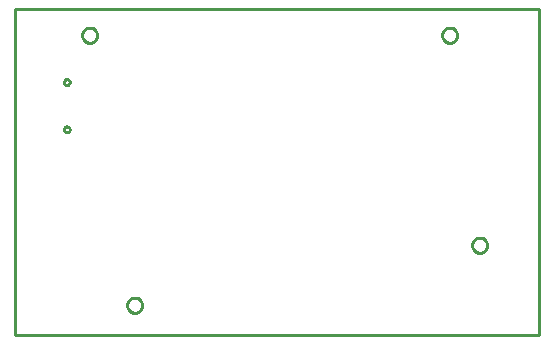
<source format=gbr>
G04 EAGLE Gerber RS-274X export*
G75*
%MOMM*%
%FSLAX34Y34*%
%LPD*%
%IN*%
%IPPOS*%
%AMOC8*
5,1,8,0,0,1.08239X$1,22.5*%
G01*
%ADD10C,0.254000*%


D10*
X0Y0D02*
X444300Y0D01*
X444300Y276100D01*
X0Y276100D01*
X0Y0D01*
X69850Y253688D02*
X69789Y253067D01*
X69667Y252455D01*
X69486Y251858D01*
X69247Y251282D01*
X68953Y250732D01*
X68607Y250213D01*
X68211Y249730D01*
X67770Y249289D01*
X67287Y248893D01*
X66769Y248547D01*
X66218Y248253D01*
X65642Y248014D01*
X65045Y247833D01*
X64433Y247711D01*
X63812Y247650D01*
X63188Y247650D01*
X62567Y247711D01*
X61955Y247833D01*
X61358Y248014D01*
X60782Y248253D01*
X60232Y248547D01*
X59713Y248893D01*
X59230Y249289D01*
X58789Y249730D01*
X58393Y250213D01*
X58047Y250732D01*
X57753Y251282D01*
X57514Y251858D01*
X57333Y252455D01*
X57211Y253067D01*
X57150Y253688D01*
X57150Y254312D01*
X57211Y254933D01*
X57333Y255545D01*
X57514Y256142D01*
X57753Y256718D01*
X58047Y257269D01*
X58393Y257787D01*
X58789Y258270D01*
X59230Y258711D01*
X59713Y259107D01*
X60232Y259453D01*
X60782Y259747D01*
X61358Y259986D01*
X61955Y260167D01*
X62567Y260289D01*
X63188Y260350D01*
X63812Y260350D01*
X64433Y260289D01*
X65045Y260167D01*
X65642Y259986D01*
X66218Y259747D01*
X66769Y259453D01*
X67287Y259107D01*
X67770Y258711D01*
X68211Y258270D01*
X68607Y257787D01*
X68953Y257269D01*
X69247Y256718D01*
X69486Y256142D01*
X69667Y255545D01*
X69789Y254933D01*
X69850Y254312D01*
X69850Y253688D01*
X107950Y25088D02*
X107889Y24467D01*
X107767Y23855D01*
X107586Y23258D01*
X107347Y22682D01*
X107053Y22132D01*
X106707Y21613D01*
X106311Y21130D01*
X105870Y20689D01*
X105387Y20293D01*
X104869Y19947D01*
X104318Y19653D01*
X103742Y19414D01*
X103145Y19233D01*
X102533Y19111D01*
X101912Y19050D01*
X101288Y19050D01*
X100667Y19111D01*
X100055Y19233D01*
X99458Y19414D01*
X98882Y19653D01*
X98332Y19947D01*
X97813Y20293D01*
X97330Y20689D01*
X96889Y21130D01*
X96493Y21613D01*
X96147Y22132D01*
X95853Y22682D01*
X95614Y23258D01*
X95433Y23855D01*
X95311Y24467D01*
X95250Y25088D01*
X95250Y25712D01*
X95311Y26333D01*
X95433Y26945D01*
X95614Y27542D01*
X95853Y28118D01*
X96147Y28669D01*
X96493Y29187D01*
X96889Y29670D01*
X97330Y30111D01*
X97813Y30507D01*
X98332Y30853D01*
X98882Y31147D01*
X99458Y31386D01*
X100055Y31567D01*
X100667Y31689D01*
X101288Y31750D01*
X101912Y31750D01*
X102533Y31689D01*
X103145Y31567D01*
X103742Y31386D01*
X104318Y31147D01*
X104869Y30853D01*
X105387Y30507D01*
X105870Y30111D01*
X106311Y29670D01*
X106707Y29187D01*
X107053Y28669D01*
X107347Y28118D01*
X107586Y27542D01*
X107767Y26945D01*
X107889Y26333D01*
X107950Y25712D01*
X107950Y25088D01*
X400050Y75888D02*
X399989Y75267D01*
X399867Y74655D01*
X399686Y74058D01*
X399447Y73482D01*
X399153Y72932D01*
X398807Y72413D01*
X398411Y71930D01*
X397970Y71489D01*
X397487Y71093D01*
X396969Y70747D01*
X396418Y70453D01*
X395842Y70214D01*
X395245Y70033D01*
X394633Y69911D01*
X394012Y69850D01*
X393388Y69850D01*
X392767Y69911D01*
X392155Y70033D01*
X391558Y70214D01*
X390982Y70453D01*
X390432Y70747D01*
X389913Y71093D01*
X389430Y71489D01*
X388989Y71930D01*
X388593Y72413D01*
X388247Y72932D01*
X387953Y73482D01*
X387714Y74058D01*
X387533Y74655D01*
X387411Y75267D01*
X387350Y75888D01*
X387350Y76512D01*
X387411Y77133D01*
X387533Y77745D01*
X387714Y78342D01*
X387953Y78918D01*
X388247Y79469D01*
X388593Y79987D01*
X388989Y80470D01*
X389430Y80911D01*
X389913Y81307D01*
X390432Y81653D01*
X390982Y81947D01*
X391558Y82186D01*
X392155Y82367D01*
X392767Y82489D01*
X393388Y82550D01*
X394012Y82550D01*
X394633Y82489D01*
X395245Y82367D01*
X395842Y82186D01*
X396418Y81947D01*
X396969Y81653D01*
X397487Y81307D01*
X397970Y80911D01*
X398411Y80470D01*
X398807Y79987D01*
X399153Y79469D01*
X399447Y78918D01*
X399686Y78342D01*
X399867Y77745D01*
X399989Y77133D01*
X400050Y76512D01*
X400050Y75888D01*
X374650Y253688D02*
X374589Y253067D01*
X374467Y252455D01*
X374286Y251858D01*
X374047Y251282D01*
X373753Y250732D01*
X373407Y250213D01*
X373011Y249730D01*
X372570Y249289D01*
X372087Y248893D01*
X371569Y248547D01*
X371018Y248253D01*
X370442Y248014D01*
X369845Y247833D01*
X369233Y247711D01*
X368612Y247650D01*
X367988Y247650D01*
X367367Y247711D01*
X366755Y247833D01*
X366158Y248014D01*
X365582Y248253D01*
X365032Y248547D01*
X364513Y248893D01*
X364030Y249289D01*
X363589Y249730D01*
X363193Y250213D01*
X362847Y250732D01*
X362553Y251282D01*
X362314Y251858D01*
X362133Y252455D01*
X362011Y253067D01*
X361950Y253688D01*
X361950Y254312D01*
X362011Y254933D01*
X362133Y255545D01*
X362314Y256142D01*
X362553Y256718D01*
X362847Y257269D01*
X363193Y257787D01*
X363589Y258270D01*
X364030Y258711D01*
X364513Y259107D01*
X365032Y259453D01*
X365582Y259747D01*
X366158Y259986D01*
X366755Y260167D01*
X367367Y260289D01*
X367988Y260350D01*
X368612Y260350D01*
X369233Y260289D01*
X369845Y260167D01*
X370442Y259986D01*
X371018Y259747D01*
X371569Y259453D01*
X372087Y259107D01*
X372570Y258711D01*
X373011Y258270D01*
X373407Y257787D01*
X373753Y257269D01*
X374047Y256718D01*
X374286Y256142D01*
X374467Y255545D01*
X374589Y254933D01*
X374650Y254312D01*
X374650Y253688D01*
X44267Y176810D02*
X44655Y176748D01*
X45030Y176627D01*
X45380Y176448D01*
X45699Y176217D01*
X45977Y175939D01*
X46208Y175620D01*
X46387Y175270D01*
X46508Y174895D01*
X46570Y174507D01*
X46570Y174113D01*
X46508Y173725D01*
X46387Y173350D01*
X46208Y173000D01*
X45977Y172681D01*
X45699Y172403D01*
X45380Y172172D01*
X45030Y171993D01*
X44655Y171872D01*
X44267Y171810D01*
X43873Y171810D01*
X43485Y171872D01*
X43110Y171993D01*
X42760Y172172D01*
X42441Y172403D01*
X42163Y172681D01*
X41932Y173000D01*
X41753Y173350D01*
X41632Y173725D01*
X41570Y174113D01*
X41570Y174507D01*
X41632Y174895D01*
X41753Y175270D01*
X41932Y175620D01*
X42163Y175939D01*
X42441Y176217D01*
X42760Y176448D01*
X43110Y176627D01*
X43485Y176748D01*
X43873Y176810D01*
X44267Y176810D01*
X44267Y216810D02*
X44655Y216748D01*
X45030Y216627D01*
X45380Y216448D01*
X45699Y216217D01*
X45977Y215939D01*
X46208Y215620D01*
X46387Y215270D01*
X46508Y214895D01*
X46570Y214507D01*
X46570Y214113D01*
X46508Y213725D01*
X46387Y213350D01*
X46208Y213000D01*
X45977Y212681D01*
X45699Y212403D01*
X45380Y212172D01*
X45030Y211993D01*
X44655Y211872D01*
X44267Y211810D01*
X43873Y211810D01*
X43485Y211872D01*
X43110Y211993D01*
X42760Y212172D01*
X42441Y212403D01*
X42163Y212681D01*
X41932Y213000D01*
X41753Y213350D01*
X41632Y213725D01*
X41570Y214113D01*
X41570Y214507D01*
X41632Y214895D01*
X41753Y215270D01*
X41932Y215620D01*
X42163Y215939D01*
X42441Y216217D01*
X42760Y216448D01*
X43110Y216627D01*
X43485Y216748D01*
X43873Y216810D01*
X44267Y216810D01*
M02*

</source>
